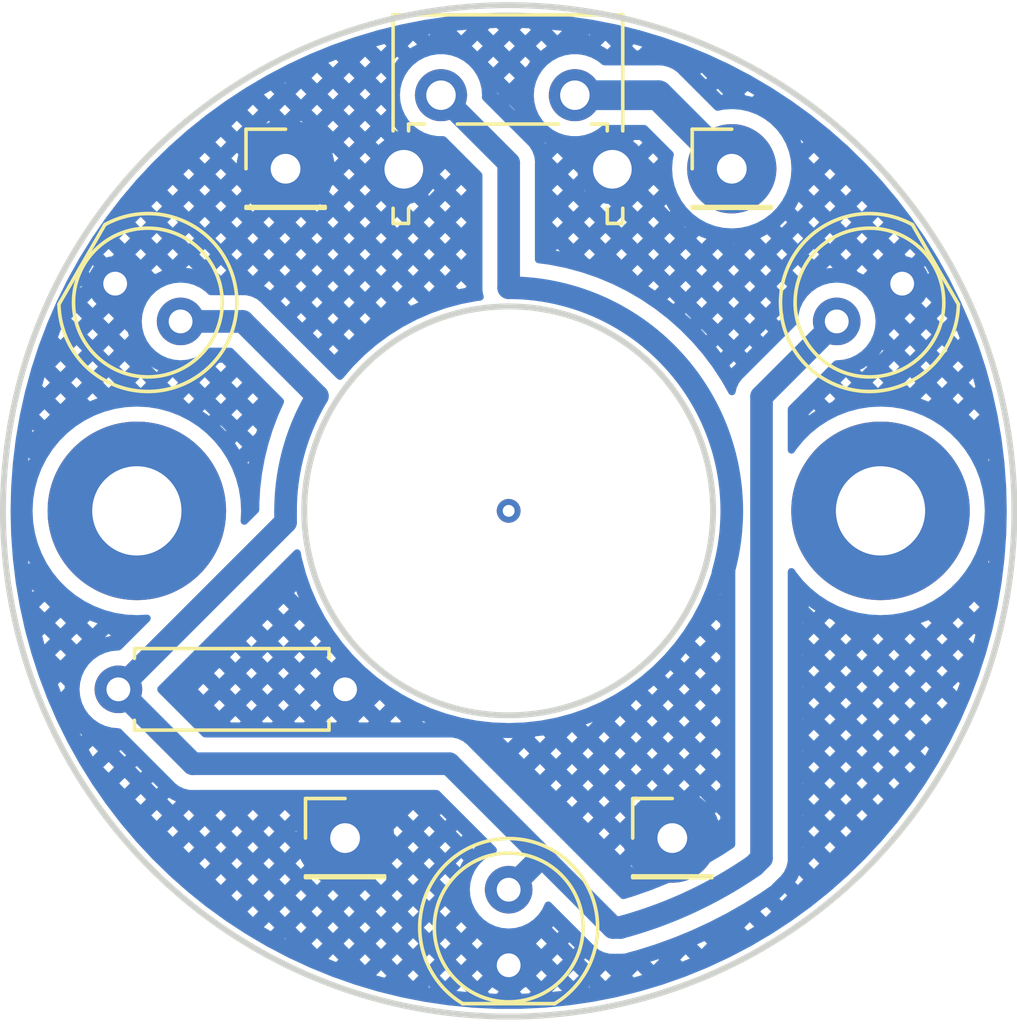
<source format=kicad_pcb>
(kicad_pcb (version 20221018) (generator pcbnew)
  (layers (0 "F.Cu" signal) (31 "B.Cu" signal) (34 "B.Paste" user) (35 "F.Paste" user) (36 "B.SilkS" user "B.Silkscreen") (37 "F.SilkS" user "F.Silkscreen") (38 "B.Mask" user) (39 "F.Mask" user) (44 "Edge.Cuts" user))
  (net 0 "")
  (net 1 "Net-(D1-A)")
  (net 2 "/VCC")
  (net 3 "/GND")
  (net 4 "Net-(J4-Pin_1)")
  (footprint "Connector_PinHeader_2.54mm:PinHeader_1x01_P2.54mm_Vertical" (layer "F.Cu") (at 39.25 20.25)
    (fp_text reference "J4" hide)
    (fp_text value "Conn_01x01_Socket" hide)
    (fp_line (start -1.33 -1.33) (end 0 -1.33) (stroke (width 0.12)) (layer "F.SilkS"))
    (fp_line (start -1.33 0) (end -1.33 -1.33) (stroke (width 0.12)) (layer "F.SilkS"))
    (fp_line (start -1.33 1.27) (end -1.33 1.33) (stroke (width 0.12)) (layer "F.SilkS"))
    (fp_line (start -1.33 1.27) (end 1.33 1.27) (stroke (width 0.12)) (layer "F.SilkS"))
    (fp_line (start -1.33 1.33) (end 1.33 1.33) (stroke (width 0.12)) (layer "F.SilkS"))
    (fp_line (start 1.33 1.27) (end 1.33 1.33) (stroke (width 0.12)) (layer "F.SilkS"))
    (pad "1" thru_hole circle (at 0 0) (size 3 1.7) (drill 1) (layers "*.Cu" "*.Mask") (net 4 "Net-(J4-Pin_1)"))
  )
  (footprint "Connector_PinHeader_2.54mm:PinHeader_1x01_P2.54mm_Vertical" (layer "F.Cu") (at 24.25 20.25)
    (fp_text reference "J2" hide)
    (fp_text value "Conn_01x01_Socket" hide)
    (fp_line (start -1.33 -1.33) (end 0 -1.33) (stroke (width 0.12)) (layer "F.SilkS"))
    (fp_line (start -1.33 0) (end -1.33 -1.33) (stroke (width 0.12)) (layer "F.SilkS"))
    (fp_line (start -1.33 1.27) (end -1.33 1.33) (stroke (width 0.12)) (layer "F.SilkS"))
    (fp_line (start -1.33 1.27) (end 1.33 1.27) (stroke (width 0.12)) (layer "F.SilkS"))
    (fp_line (start -1.33 1.33) (end 1.33 1.33) (stroke (width 0.12)) (layer "F.SilkS"))
    (fp_line (start 1.33 1.27) (end 1.33 1.33) (stroke (width 0.12)) (layer "F.SilkS"))
    (pad "1" thru_hole circle (at 0 0) (size 3 1.7) (drill 1) (layers "*.Cu" "*.Mask") (net 3 "/GND"))
  )
  (footprint "LED_THT:LED_D5.0mm_Clear" (layer "F.Cu") (at 18.521462 24.1125 -30)
    (fp_text reference "D3" hide)
    (fp_text value "LED_Small_Filled" hide)
    (fp_line (start -1.29 -1.545) (end -1.29 1.545) (stroke (width 0.12)) (layer "F.SilkS"))
    (fp_arc (start -1.29 -1.54483) (mid 2.072002 -2.880433) (end 4.26 0.000462) (stroke (width 0.12)) (layer "F.SilkS"))
    (fp_arc (start 4.26 -0.000462) (mid 2.072002 2.880433) (end -1.29 1.54483) (stroke (width 0.12)) (layer "F.SilkS"))
    (fp_circle (center 1.27 0) (end 3.77 0) (stroke (width 0.12)) (fill none) (layer "F.SilkS"))
    (pad "1" thru_hole circle (at 0 0 330) (size 1.6 1.8) (drill 0.8) (layers "*.Cu" "*.Mask") (net 3 "/GND"))
    (pad "2" thru_hole circle (at 2.54 0 330) (size 1.6 1.8) (drill 0.8) (layers "*.Cu" "*.Mask") (net 1 "Net-(D1-A)"))
  )
  (footprint "Connector_PinHeader_2.54mm:PinHeader_1x01_P2.54mm_Vertical" (layer "F.Cu") (at 37.25 42.75)
    (fp_text reference "J1" hide)
    (fp_text value "Conn_01x01_Socket" hide)
    (fp_line (start -1.33 -1.33) (end 0 -1.33) (stroke (width 0.12)) (layer "F.SilkS"))
    (fp_line (start -1.33 0) (end -1.33 -1.33) (stroke (width 0.12)) (layer "F.SilkS"))
    (fp_line (start -1.33 1.27) (end -1.33 1.33) (stroke (width 0.12)) (layer "F.SilkS"))
    (fp_line (start -1.33 1.27) (end 1.33 1.27) (stroke (width 0.12)) (layer "F.SilkS"))
    (fp_line (start -1.33 1.33) (end 1.33 1.33) (stroke (width 0.12)) (layer "F.SilkS"))
    (fp_line (start 1.33 1.27) (end 1.33 1.33) (stroke (width 0.12)) (layer "F.SilkS"))
    (pad "1" thru_hole circle (at 0 0) (size 3 1.7) (drill 1) (layers "*.Cu" "*.Mask") (net 2 "/VCC"))
  )
  (footprint "LED_THT:LED_D5.0mm_Clear" (layer "F.Cu") (at 44.978538 24.1125 -150)
    (fp_text reference "D2" hide)
    (fp_text value "LED_Small_Filled" hide)
    (fp_line (start -1.29 -1.545) (end -1.29 1.545) (stroke (width 0.12)) (layer "F.SilkS"))
    (fp_arc (start -1.29 -1.54483) (mid 2.072002 -2.880433) (end 4.26 0.000462) (stroke (width 0.12)) (layer "F.SilkS"))
    (fp_arc (start 4.26 -0.000462) (mid 2.072002 2.880433) (end -1.29 1.54483) (stroke (width 0.12)) (layer "F.SilkS"))
    (fp_circle (center 1.27 0) (end 3.77 0) (stroke (width 0.12)) (fill none) (layer "F.SilkS"))
    (pad "1" thru_hole circle (at 0 0 210) (size 1.6 1.8) (drill 0.8) (layers "*.Cu" "*.Mask") (net 3 "/GND"))
    (pad "2" thru_hole circle (at 2.54 0 210) (size 1.6 1.8) (drill 0.8) (layers "*.Cu" "*.Mask") (net 1 "Net-(D1-A)"))
  )
  (footprint "Connector_PinHeader_2.54mm:PinHeader_1x01_P2.54mm_Vertical" (layer "F.Cu") (at 26.25 42.75)
    (fp_text reference "J3" hide)
    (fp_text value "Conn_01x01_Socket" hide)
    (fp_line (start -1.33 -1.33) (end 0 -1.33) (stroke (width 0.12)) (layer "F.SilkS"))
    (fp_line (start -1.33 0) (end -1.33 -1.33) (stroke (width 0.12)) (layer "F.SilkS"))
    (fp_line (start -1.33 1.27) (end -1.33 1.33) (stroke (width 0.12)) (layer "F.SilkS"))
    (fp_line (start -1.33 1.27) (end 1.33 1.27) (stroke (width 0.12)) (layer "F.SilkS"))
    (fp_line (start -1.33 1.33) (end 1.33 1.33) (stroke (width 0.12)) (layer "F.SilkS"))
    (fp_line (start 1.33 1.27) (end 1.33 1.33) (stroke (width 0.12)) (layer "F.SilkS"))
    (pad "1" thru_hole circle (at 0 0) (size 3 1.7) (drill 1) (layers "*.Cu" "*.Mask") (net 3 "/GND"))
  )
  (footprint "Button_Switch_THT:SW_Tactile_SPST_Angled_PTS645Vx31-2LFS" (layer "F.Cu") (at 29.475 17.7775)
    (fp_text reference "SW1" hide)
    (fp_text value "~" hide)
    (fp_line (start -1.61 -2.7) (end -1.61 1.2) (stroke (width 0.12)) (layer "F.SilkS"))
    (fp_line (start -1.61 -2.7) (end 6.11 -2.7) (stroke (width 0.12)) (layer "F.SilkS"))
    (fp_line (start -1.61 3.8) (end -1.61 4.31) (stroke (width 0.12)) (layer "F.SilkS"))
    (fp_line (start -1.61 4.31) (end -1.09 4.31) (stroke (width 0.12)) (layer "F.SilkS"))
    (fp_line (start -1.09 0.97) (end -1.09 1.2) (stroke (width 0.12)) (layer "F.SilkS"))
    (fp_line (start -1.09 0.97) (end -0.55 0.97) (stroke (width 0.12)) (layer "F.SilkS"))
    (fp_line (start -1.09 3.8) (end -1.09 4.31) (stroke (width 0.12)) (layer "F.SilkS"))
    (fp_line (start 0.55 0.97) (end 3.95 0.97) (stroke (width 0.12)) (layer "F.SilkS"))
    (fp_line (start 5.05 0.97) (end 5.59 0.97) (stroke (width 0.12)) (layer "F.SilkS"))
    (fp_line (start 5.59 0.97) (end 5.59 1.2) (stroke (width 0.12)) (layer "F.SilkS"))
    (fp_line (start 5.59 3.8) (end 5.59 4.31) (stroke (width 0.12)) (layer "F.SilkS"))
    (fp_line (start 5.59 4.31) (end 6.11 4.31) (stroke (width 0.12)) (layer "F.SilkS"))
    (fp_line (start 6.11 -2.7) (end 6.11 1.2) (stroke (width 0.12)) (layer "F.SilkS"))
    (fp_line (start 6.11 3.8) (end 6.11 4.31) (stroke (width 0.12)) (layer "F.SilkS"))
    (pad "1" thru_hole circle (at 0 0) (size 1.75 1.75) (drill 0.99) (layers "*.Cu" "*.Mask") (net 2 "/VCC"))
    (pad "2" thru_hole circle (at 4.5 0) (size 1.75 1.75) (drill 0.99) (layers "*.Cu" "*.Mask") (net 4 "Net-(J4-Pin_1)"))
    (pad "3" thru_hole circle (at -1.25 2.49) (size 2.1 2.1) (drill 1.3) (layers "*.Cu" "*.Mask") (net 3 "/GND"))
    (pad "4" thru_hole circle (at 5.76 2.49) (size 2.1 2.1) (drill 1.3) (layers "*.Cu" "*.Mask") (net 3 "/GND"))
  )
  (footprint "LED_THT:LED_D5.0mm_Clear" (layer "F.Cu") (at 31.75 47.025 90)
    (fp_text reference "D1" hide)
    (fp_text value "LED_Small_Filled" hide)
    (fp_line (start -1.29 -1.545) (end -1.29 1.545) (stroke (width 0.12)) (layer "F.SilkS"))
    (fp_arc (start -1.29 -1.54483) (mid 2.072002 -2.880433) (end 4.26 0.000462) (stroke (width 0.12)) (layer "F.SilkS"))
    (fp_arc (start 4.26 -0.000462) (mid 2.072002 2.880433) (end -1.29 1.54483) (stroke (width 0.12)) (layer "F.SilkS"))
    (fp_circle (center 1.27 0) (end 3.77 0) (stroke (width 0.12)) (fill none) (layer "F.SilkS"))
    (pad "1" thru_hole circle (at 0 0 90) (size 1.6 1.8) (drill 0.8) (layers "*.Cu" "*.Mask") (net 3 "/GND"))
    (pad "2" thru_hole circle (at 2.54 0 90) (size 1.6 1.8) (drill 0.8) (layers "*.Cu" "*.Mask") (net 1 "Net-(D1-A)"))
  )
  (footprint "Resistor_THT:R_Axial_DIN0207_L6.3mm_D2.5mm_P7.62mm_Horizontal" (layer "F.Cu") (at 26.25 37.75 180)
    (fp_text reference "R1" hide)
    (fp_text value "R" hide)
    (fp_line (start 0.54 -1.37) (end 7.08 -1.37) (stroke (width 0.12)) (layer "F.SilkS"))
    (fp_line (start 0.54 -1.04) (end 0.54 -1.37) (stroke (width 0.12)) (layer "F.SilkS"))
    (fp_line (start 0.54 1.04) (end 0.54 1.37) (stroke (width 0.12)) (layer "F.SilkS"))
    (fp_line (start 0.54 1.37) (end 7.08 1.37) (stroke (width 0.12)) (layer "F.SilkS"))
    (fp_line (start 7.08 -1.37) (end 7.08 -1.04) (stroke (width 0.12)) (layer "F.SilkS"))
    (fp_line (start 7.08 1.37) (end 7.08 1.04) (stroke (width 0.12)) (layer "F.SilkS"))
    (pad "1" thru_hole circle (at 0 0 180) (size 1.6 1.6) (drill 0.8) (layers "*.Cu" "*.Mask") (net 2 "/VCC"))
    (pad "2" thru_hole circle (at 7.62 0 180) (size 1.6 1.6) (drill 0.8) (layers "*.Cu" "*.Mask") (net 1 "Net-(D1-A)"))
  )
  (gr_circle (center 31.75 31.75) (end 38.623 31.75) (stroke (width 0.2)) (fill none) (layer "Edge.Cuts"))
  (gr_circle (center 31.75 31.75) (end 48.75 31.75) (stroke (width 0.2)) (fill none) (layer "Edge.Cuts"))
  (via (at 31.75 31.75) (size 0.8) (drill 0.4) (layers "F.Cu" "B.Cu") (net 0))
  (via (at 19.25 31.75) (size 6) (drill 3) (layers "F.Cu" "B.Cu") (net 0))
  (via (at 44.25 31.75) (size 6) (drill 3) (layers "F.Cu" "B.Cu") (net 0))
  (segment (start 40.25 43.42268) (end 40.25 27.911333) (width 0.762) (layer "B.Cu") (net 1))
  (segment (start 21.13 40.25) (end 29.75 40.25) (width 0.762) (layer "B.Cu") (net 1))
  (segment (start 31.75 44.485) (end 32.735 43.5) (width 0.762) (layer "B.Cu") (net 1))
  (segment (start 32.735 43.5) (end 33 43.5) (width 0.762) (layer "B.Cu") (net 1))
  (segment (start 22.810021 25.3825) (end 25.318803 27.891282) (width 0.762) (layer "B.Cu") (net 1))
  (segment (start 20.721167 25.3825) (end 22.810021 25.3825) (width 0.762) (layer "B.Cu") (net 1))
  (segment (start 24.25 32.13) (end 18.63 37.75) (width 0.762) (layer "B.Cu") (net 1))
  (segment (start 35.255924 45.755924) (end 35.502876 45.755924) (width 0.762) (layer "B.Cu") (net 1))
  (segment (start 40.25 27.911333) (end 42.778833 25.3825) (width 0.762) (layer "B.Cu") (net 1))
  (segment (start 39.994943 43.677737) (end 40.25 43.42268) (width 0.762) (layer "B.Cu") (net 1))
  (segment (start 24.25 31.75) (end 24.25 32.13) (width 0.762) (layer "B.Cu") (net 1))
  (segment (start 29.75 40.25) (end 33 43.5) (width 0.762) (layer "B.Cu") (net 1))
  (segment (start 33 43.5) (end 35.255924 45.755924) (width 0.762) (layer "B.Cu") (net 1))
  (segment (start 18.63 37.75) (end 21.13 40.25) (width 0.762) (layer "B.Cu") (net 1))
  (arc (start 24.25 31.75) (mid 24.522138 29.747998) (end 25.318803 27.891282) (width 0.762) (layer "B.Cu") (net 1))
  (arc (start 35.502876 45.755924) (mid 37.838237 44.909915) (end 39.994943 43.677737) (width 0.762) (layer "B.Cu") (net 1))
  (segment (start 29.475 17.7775) (end 31.75 20.0525) (width 0.762) (layer "B.Cu") (net 2))
  (segment (start 31.75 20.0525) (end 31.75 24.25) (width 0.762) (layer "B.Cu") (net 2))
  (arc (start 31.75 24.25) (mid 37.737615 27.233533) (end 38.96143 33.810408) (width 0.762) (layer "B.Cu") (net 2))
  (segment (start 36.7775 17.7775) (end 33.975 17.7775) (width 1) (layer "B.Cu") (net 4))
  (segment (start 39.25 20.25) (end 36.7775 17.7775) (width 1) (layer "B.Cu") (net 4))
  (zone (net 2) (net_name "/VCC") (layer "B.Cu") (priority 1) (connect_pads yes (clearance 0.5)) (min_thickness 0.25) (fill yes (mode hatch) (thermal_gap 0.5) (thermal_bridge_width 0.5) (hatch_thickness 0.508) (hatch_gap 0.254) (hatch_orientation 45) (hatch_border_algorithm hatch_thickness) (hatch_min_hole_area 0.3))
    (polygon (pts (xy 24.75 31.75) (xy 18.660255 37.993488) (xy 21.25 40.25) (xy 29.75 40.25) (xy 35.135542 45.851797) (xy 35.868933 45.655286) (xy 36.591035 45.420661) (xy 37.299867 45.148565) (xy 37.993488 44.839745) (xy 38.669996 44.495047) (xy 39.327537 44.115416) (xy 39.964308 43.701892) (xy 40.25 43.25) (xy 40.25 31.75)))
  )
  (zone (net 3) (net_name "/GND") (layer "B.Cu") (connect_pads yes (clearance 0.5)) (min_thickness 0.25) (fill yes (mode hatch) (thermal_gap 0.5) (thermal_bridge_width 0.5) (hatch_thickness 0.508) (hatch_gap 0.254) (hatch_orientation 45) (hatch_border_algorithm hatch_thickness) (hatch_min_hole_area 0.3))
    (polygon (pts (xy 48.75 31.75) (xy 48.730148 30.928673) (xy 48.670638 30.109263) (xy 48.571609 29.293686) (xy 48.433292 28.483846) (xy 48.256011 27.681634) (xy 48.040179 26.888923) (xy 47.786301 26.107566) (xy 47.494969 25.339388) (xy 47.166864 24.586181) (xy 46.802752 23.849706) (xy 46.403484 23.131682) (xy 45.969992 22.433787) (xy 45.503289 21.757651) (xy 45.004464 21.104852) (xy 44.474683 20.476915) (xy 43.915182 19.875307) (xy 43.32727 19.301433) (xy 42.712318 18.756633) (xy 42.071763 18.242179) (xy 41.407101 17.759274) (xy 40.719884 17.309045) (xy 40.011718 16.892543) (xy 39.284256 16.510742) (xy 38.539198 16.164533) (xy 37.778283 15.854724) (xy 37.003289 15.582039) (xy 36.216025 15.347116) (xy 35.418331 15.150502) (xy 34.61207 14.992657) (xy 33.799124 14.873949) (xy 32.981392 14.794656) (xy 32.160784 14.754964) (xy 31.339216 14.754964) (xy 30.518608 14.794656) (xy 29.700876 14.873949) (xy 28.88793 14.992657) (xy 28.081669 15.150502) (xy 27.283975 15.347116) (xy 26.496711 15.582039) (xy 25.721717 15.854724) (xy 24.960802 16.164533) (xy 24.215744 16.510742) (xy 23.488282 16.892543) (xy 22.780116 17.309045) (xy 22.092899 17.759274) (xy 21.428237 18.242179) (xy 20.787682 18.756633) (xy 20.17273 19.301433) (xy 19.584818 19.875307) (xy 19.025317 20.476915) (xy 18.495536 21.104852) (xy 17.996711 21.757651) (xy 17.530008 22.433787) (xy 17.096516 23.131682) (xy 16.697248 23.849706) (xy 16.333136 24.586181) (xy 16.005031 25.339388) (xy 15.713699 26.107566) (xy 15.459821 26.888923) (xy 15.243989 27.681634) (xy 15.066708 28.483846) (xy 14.928391 29.293686) (xy 14.829362 30.109263) (xy 14.769852 30.928673) (xy 14.75 31.75) (xy 14.769852 32.571327) (xy 14.829362 33.390737) (xy 14.928391 34.206314) (xy 15.066708 35.016154) (xy 15.243989 35.818366) (xy 15.459821 36.611077) (xy 15.713699 37.392434) (xy 16.005031 38.160612) (xy 16.333136 38.913819) (xy 16.697248 39.650294) (xy 17.096516 40.368318) (xy 17.530008 41.066213) (xy 17.996711 41.742349) (xy 18.495536 42.395148) (xy 19.025317 43.023085) (xy 19.584818 43.624693) (xy 20.17273 44.198567) (xy 20.787682 44.743367) (xy 21.428237 45.257821) (xy 22.092899 45.740726) (xy 22.780116 46.190955) (xy 23.488282 46.607457) (xy 24.215744 46.989258) (xy 24.960802 47.335467) (xy 25.721717 47.645276) (xy 26.496711 47.917961) (xy 27.283975 48.152884) (xy 28.081669 48.349498) (xy 28.88793 48.507343) (xy 29.700876 48.626051) (xy 30.518608 48.705344) (xy 31.339216 48.745036) (xy 32.160784 48.745036) (xy 32.981392 48.705344) (xy 33.799124 48.626051) (xy 34.61207 48.507343) (xy 35.418331 48.349498) (xy 36.216025 48.152884) (xy 37.003289 47.917961) (xy 37.778283 47.645276) (xy 38.539198 47.335467) (xy 39.284256 46.989258) (xy 40.011718 46.607457) (xy 40.719884 46.190955) (xy 41.407101 45.740726) (xy 42.071763 45.257821) (xy 42.712318 44.743367) (xy 43.32727 44.198567) (xy 43.915182 43.624693) (xy 44.474683 43.023085) (xy 45.004464 42.395148) (xy 45.503289 41.742349) (xy 45.969992 41.066213) (xy 46.403484 40.368318) (xy 46.802752 39.650294) (xy 47.166864 38.913819) (xy 47.494969 38.160612) (xy 47.786301 37.392434) (xy 48.040179 36.611077) (xy 48.256011 35.818366) (xy 48.433292 35.016154) (xy 48.571609 34.206314) (xy 48.670638 33.390737) (xy 48.730148 32.571327) (xy 48.75 31.75)))
  )
)
</source>
